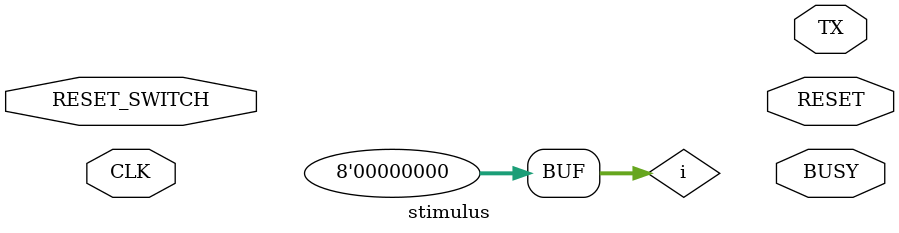
<source format=v>
`include "tx_baudrate_tick_generator.v"
`include "pulse_generator.v"
`include "reset_controller.v"
`include "tick_generator.v"

module transmitter_core
	#(	parameter NO_OF_DATABITS = 8,
		parameter NO_OF_STOPBITS = 1
		)(
		// control signals
		input wire clk,
		input wire reset_switch,
		output wire reset,
		input wire start_transmission,
		output reg busy,
		// data signals
		input wire[NO_OF_DATABITS-1:0] parallel_data,
		output reg tx
		);
	
	// module instantitation
	reg tx_baudrate_tick_generator_enable;
	
	tx_baudrate_tick_generator #(.baudrate(32'd9600),.frequency(32'd100000000))
		T1(
			.clk(clk),
			.reset(reset),
			.enable(tx_baudrate_tick_generator_enable),
			.tick(tick)
		);
	
	pulse_generator #(.PULSE_WIDTH(32'd1))
		T2(
		.clk(clk),
		.generate_pulse(start_transmission),
		.pulse(tx_start_transmission)
	);
	
	reset_controller T3(
		.clk(clk),
		.switch_input(reset_switch),
		.reset(reset)
	);

	// state declarations
	localparam 
		idle = 1'b0,
		transmitting = 1'b1;

	// signals
	reg state_reg, state_next;
	reg [3:0] count,count_next;
	reg busy_next;
	reg shift_bit;
	reg [NO_OF_DATABITS-1 : 0] shift_reg, shift_reg_next;
	reg tx_next;

	// state

	initial begin
		state_reg = idle;
		shift_bit = 1'b0;
		state_reg = state_next;
		count = 4'd0;
	end

	// state updation logic
	always @(posedge(clk),posedge(reset)) begin
		if(reset) begin
			state_reg = idle;
			count = 0;
			busy = 0;
			shift_reg = 0;
			tx = 1;
			// reset related stuff
		end else begin
			state_reg = state_next;
			count = count_next;
			busy = busy_next;
			shift_reg = shift_reg_next;
			tx = tx_next;
			// clk related stuff
		end
	end

	// next state logic
	always @* begin
		if(state_reg == idle) begin
			// mealey outputs
			busy_next = 0;
			tx_next = 1;
			count_next = 0;
			tx_baudrate_tick_generator_enable = 1'b0;

			if(tx_start_transmission == 1) begin
				shift_reg_next = parallel_data;	// load data
				tx_next = 0;
				state_next = transmitting;
			end else begin
				shift_reg_next = shift_reg;
				state_next = state_reg;
			end
		end else begin
			// mealey outputs
			busy_next = 1;
			tx_baudrate_tick_generator_enable = 1'b1;
			
			if(tick==1) begin
				if(count == 8) begin
					tx_next = 1;
					count_next = 0;
					shift_reg_next = shift_reg;
					state_next = idle;
				end else begin
					tx_next = shift_reg[0];
					shift_reg_next = {shift_bit,shift_reg[NO_OF_DATABITS-1:1]};
					count_next = count + 1;
					state_next = state_reg;
				end
			end else begin
				count_next = count;
				shift_reg_next = shift_reg;
				state_next = state_reg;
				tx_next = tx;
			end
		end
	end

endmodule // transmitter_core

//module stimulus();
//	// control signals
//	reg CLK;
//	wire RESET;
//	reg RESET_SWITCH;
//	reg START_TRANSMISSION;
//	wire BUSY;
//	// data signals
//	reg [7:0] PARALLEL_DATA;
//	wire TX;
//
//	transmitter_core T
//	(	
//		// control signals
//		.clk(CLK),
//		.reset_switch(RESET_SWITCH),
//		.reset(RESET),
//		.start_transmission(START_TRANSMISSION),
//		.busy(BUSY),
//		// data signals
//		.parallel_data(PARALLEL_DATA),
//		.tx(TX)
//	);
//		
//	initial begin
//		CLK = 1'b0;
//		PARALLEL_DATA = 8'b11;
//		RESET_SWITCH = 1'b1;
//		START_TRANSMISSION = 1'b0;
//	end	
//
//	initial begin
//		$dumpvars (
//			// control signals
//			CLK, 
//			RESET_SWITCH, 
//			RESET,
//			BUSY,
//			START_TRANSMISSION,
//			// data signals
//			PARALLEL_DATA,
//			TX
//		);
//	end 
//	
//	initial begin 
////		#10 RESET_SWITCH = 1'b1;
//	end
//	
//	reg [7:0] i = 0;
//	
//	initial begin
//		for(i=0;i<256;i=i+1) begin
//			#150000;
//			PARALLEL_DATA = i;
//			START_TRANSMISSION = ~ START_TRANSMISSION;
//		end
//	end
//	
//	always begin
//		#1 CLK = ~CLK;
//	end
//	
////	initial begin
////		#1000 $finish;
////	end
//endmodule

module stimulus(
	input wire CLK,
	input wire RESET_SWITCH,
	output wire RESET,
	output wire BUSY,
	output wire TX
	);
	
	// module instantiations
	tick_generator #(.tick_time(1000),.frequency(100000))
		t(
			.clk(CLK),
			.tick(TICK)
		);
	
	reg START_TRANSMISSION;
	reg [7:0] PARALLEL_DATA;
	reg [7:0] i;
	
	initial begin
		i = 8'b0;
	end

endmodule

</source>
